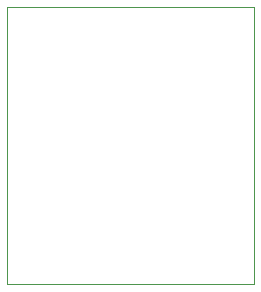
<source format=gbr>
%TF.GenerationSoftware,KiCad,Pcbnew,9.0.2-9.0.2-0~ubuntu22.04.1*%
%TF.CreationDate,2025-07-10T14:11:49-04:00*%
%TF.ProjectId,SOYCC,534f5943-432e-46b6-9963-61645f706362,rev?*%
%TF.SameCoordinates,Original*%
%TF.FileFunction,Profile,NP*%
%FSLAX46Y46*%
G04 Gerber Fmt 4.6, Leading zero omitted, Abs format (unit mm)*
G04 Created by KiCad (PCBNEW 9.0.2-9.0.2-0~ubuntu22.04.1) date 2025-07-10 14:11:49*
%MOMM*%
%LPD*%
G01*
G04 APERTURE LIST*
%TA.AperFunction,Profile*%
%ADD10C,0.100000*%
%TD*%
G04 APERTURE END LIST*
D10*
X130810000Y-76200000D02*
X151750000Y-76200000D01*
X151750000Y-99695000D02*
X130810000Y-99695000D01*
X151750000Y-76200000D02*
X151750000Y-99695000D01*
X130810000Y-99695000D02*
X130810000Y-76200000D01*
M02*

</source>
